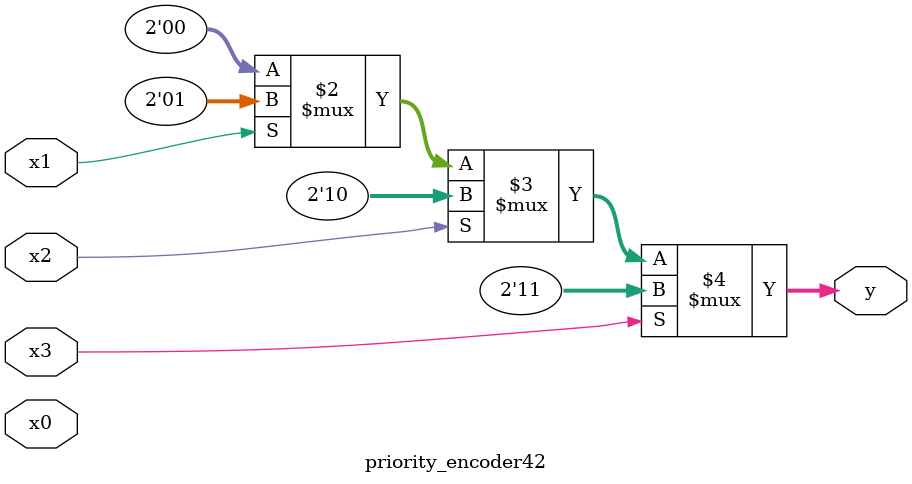
<source format=v>
module priority_encoder42 (x0, x1, x2, x3, y);
    input x0, x1, x2, x3;
    output [1:0] y;
    wire [1:0] y;
    
    assign y = x3 ? 2'b11 : x2 ? 2'b10 : x1 ? 2'b01 : x0 ? 2'b00 : 2'b00;
endmodule
</source>
